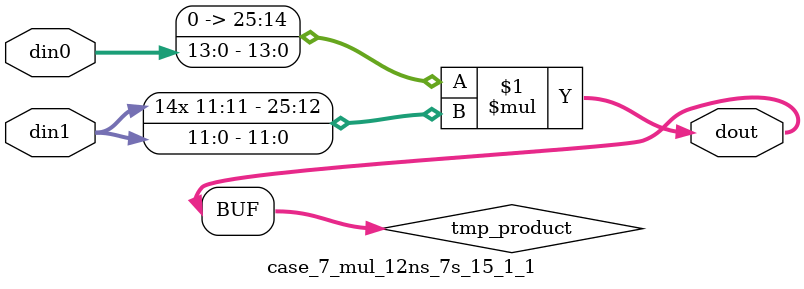
<source format=v>

`timescale 1 ns / 1 ps

 (* use_dsp = "no" *)  module case_7_mul_12ns_7s_15_1_1(din0, din1, dout);
parameter ID = 1;
parameter NUM_STAGE = 0;
parameter din0_WIDTH = 14;
parameter din1_WIDTH = 12;
parameter dout_WIDTH = 26;

input [din0_WIDTH - 1 : 0] din0; 
input [din1_WIDTH - 1 : 0] din1; 
output [dout_WIDTH - 1 : 0] dout;

wire signed [dout_WIDTH - 1 : 0] tmp_product;

























assign tmp_product = $signed({1'b0, din0}) * $signed(din1);










assign dout = tmp_product;





















endmodule

</source>
